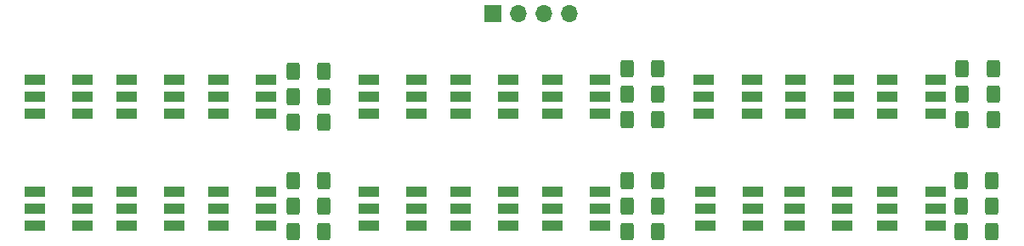
<source format=gbr>
%TF.GenerationSoftware,KiCad,Pcbnew,(6.0.5)*%
%TF.CreationDate,2023-08-09T01:27:26+09:00*%
%TF.ProjectId,TSAL,5453414c-2e6b-4696-9361-645f70636258,rev?*%
%TF.SameCoordinates,Original*%
%TF.FileFunction,Soldermask,Top*%
%TF.FilePolarity,Negative*%
%FSLAX46Y46*%
G04 Gerber Fmt 4.6, Leading zero omitted, Abs format (unit mm)*
G04 Created by KiCad (PCBNEW (6.0.5)) date 2023-08-09 01:27:26*
%MOMM*%
%LPD*%
G01*
G04 APERTURE LIST*
G04 Aperture macros list*
%AMRoundRect*
0 Rectangle with rounded corners*
0 $1 Rounding radius*
0 $2 $3 $4 $5 $6 $7 $8 $9 X,Y pos of 4 corners*
0 Add a 4 corners polygon primitive as box body*
4,1,4,$2,$3,$4,$5,$6,$7,$8,$9,$2,$3,0*
0 Add four circle primitives for the rounded corners*
1,1,$1+$1,$2,$3*
1,1,$1+$1,$4,$5*
1,1,$1+$1,$6,$7*
1,1,$1+$1,$8,$9*
0 Add four rect primitives between the rounded corners*
20,1,$1+$1,$2,$3,$4,$5,0*
20,1,$1+$1,$4,$5,$6,$7,0*
20,1,$1+$1,$6,$7,$8,$9,0*
20,1,$1+$1,$8,$9,$2,$3,0*%
G04 Aperture macros list end*
%ADD10RoundRect,0.250000X0.400000X0.625000X-0.400000X0.625000X-0.400000X-0.625000X0.400000X-0.625000X0*%
%ADD11R,2.000000X1.100000*%
%ADD12R,1.700000X1.700000*%
%ADD13O,1.700000X1.700000*%
G04 APERTURE END LIST*
D10*
%TO.C,R13*%
X158268000Y-141478000D03*
X155168000Y-141478000D03*
%TD*%
%TO.C,R2*%
X124994000Y-128016000D03*
X121894000Y-128016000D03*
%TD*%
%TO.C,R8*%
X191656000Y-127797142D03*
X188556000Y-127797142D03*
%TD*%
%TO.C,R10*%
X124994000Y-141478000D03*
X121894000Y-141478000D03*
%TD*%
%TO.C,R9*%
X191656000Y-125222000D03*
X188556000Y-125222000D03*
%TD*%
%TO.C,R18*%
X191542000Y-136398000D03*
X188442000Y-136398000D03*
%TD*%
D11*
%TO.C,D20*%
X96152000Y-137492000D03*
X96152000Y-139192000D03*
X96152000Y-140892000D03*
X100952000Y-140892000D03*
X100952000Y-139192000D03*
X100952000Y-137492000D03*
%TD*%
%TO.C,D16*%
X105296000Y-137492000D03*
X105296000Y-139192000D03*
X105296000Y-140892000D03*
X110096000Y-140892000D03*
X110096000Y-139192000D03*
X110096000Y-137492000D03*
%TD*%
%TO.C,D8*%
X162954000Y-137492000D03*
X162954000Y-139192000D03*
X162954000Y-140892000D03*
X167754000Y-140892000D03*
X167754000Y-139192000D03*
X167754000Y-137492000D03*
%TD*%
%TO.C,D7*%
X129426000Y-137492000D03*
X129426000Y-139192000D03*
X129426000Y-140892000D03*
X134226000Y-140892000D03*
X134226000Y-139192000D03*
X134226000Y-137492000D03*
%TD*%
D10*
%TO.C,R5*%
X158268000Y-127797142D03*
X155168000Y-127797142D03*
%TD*%
%TO.C,R17*%
X191542000Y-138938000D03*
X188442000Y-138938000D03*
%TD*%
D11*
%TO.C,D1*%
X147714000Y-137492000D03*
X147714000Y-139192000D03*
X147714000Y-140892000D03*
X152514000Y-140892000D03*
X152514000Y-139192000D03*
X152514000Y-137492000D03*
%TD*%
D10*
%TO.C,R12*%
X124994000Y-136398000D03*
X121894000Y-136398000D03*
%TD*%
%TO.C,R6*%
X158268000Y-125257142D03*
X155168000Y-125257142D03*
%TD*%
D11*
%TO.C,D17*%
X96152000Y-126316000D03*
X96152000Y-128016000D03*
X96152000Y-129716000D03*
X100952000Y-129716000D03*
X100952000Y-128016000D03*
X100952000Y-126316000D03*
%TD*%
D10*
%TO.C,R15*%
X158268000Y-136398000D03*
X155168000Y-136398000D03*
%TD*%
%TO.C,R11*%
X124994000Y-138938000D03*
X121894000Y-138938000D03*
%TD*%
D11*
%TO.C,D13*%
X105296000Y-126316000D03*
X105296000Y-128016000D03*
X105296000Y-129716000D03*
X110096000Y-129716000D03*
X110096000Y-128016000D03*
X110096000Y-126316000D03*
%TD*%
D10*
%TO.C,R7*%
X191656000Y-130302000D03*
X188556000Y-130302000D03*
%TD*%
D11*
%TO.C,D19*%
X162814000Y-126351142D03*
X162814000Y-128051142D03*
X162814000Y-129751142D03*
X167614000Y-129751142D03*
X167614000Y-128051142D03*
X167614000Y-126351142D03*
%TD*%
D12*
%TO.C,J1*%
X141812000Y-119778000D03*
D13*
X144352000Y-119778000D03*
X146892000Y-119778000D03*
X149432000Y-119778000D03*
%TD*%
D10*
%TO.C,R14*%
X158268000Y-138938000D03*
X155168000Y-138938000D03*
%TD*%
%TO.C,R4*%
X158268000Y-130337142D03*
X155168000Y-130337142D03*
%TD*%
D11*
%TO.C,D4*%
X138570000Y-137492000D03*
X138570000Y-139192000D03*
X138570000Y-140892000D03*
X143370000Y-140892000D03*
X143370000Y-139192000D03*
X143370000Y-137492000D03*
%TD*%
%TO.C,D2*%
X181102000Y-137492000D03*
X181102000Y-139192000D03*
X181102000Y-140892000D03*
X185902000Y-140892000D03*
X185902000Y-139192000D03*
X185902000Y-137492000D03*
%TD*%
%TO.C,D14*%
X138570000Y-126351142D03*
X138570000Y-128051142D03*
X138570000Y-129751142D03*
X143370000Y-129751142D03*
X143370000Y-128051142D03*
X143370000Y-126351142D03*
%TD*%
%TO.C,D5*%
X171844000Y-137492000D03*
X171844000Y-139192000D03*
X171844000Y-140892000D03*
X176644000Y-140892000D03*
X176644000Y-139192000D03*
X176644000Y-137492000D03*
%TD*%
D10*
%TO.C,R16*%
X191542000Y-141478000D03*
X188442000Y-141478000D03*
%TD*%
D11*
%TO.C,D11*%
X181102000Y-126351142D03*
X181102000Y-128051142D03*
X181102000Y-129751142D03*
X185902000Y-129751142D03*
X185902000Y-128051142D03*
X185902000Y-126351142D03*
%TD*%
D10*
%TO.C,R1*%
X124994000Y-130556000D03*
X121894000Y-130556000D03*
%TD*%
D11*
%TO.C,D15*%
X171958000Y-126351142D03*
X171958000Y-128051142D03*
X171958000Y-129751142D03*
X176758000Y-129751142D03*
X176758000Y-128051142D03*
X176758000Y-126351142D03*
%TD*%
%TO.C,D12*%
X114440000Y-137492000D03*
X114440000Y-139192000D03*
X114440000Y-140892000D03*
X119240000Y-140892000D03*
X119240000Y-139192000D03*
X119240000Y-137492000D03*
%TD*%
D10*
%TO.C,R3*%
X124994000Y-125476000D03*
X121894000Y-125476000D03*
%TD*%
D11*
%TO.C,D18*%
X129426000Y-126351142D03*
X129426000Y-128051142D03*
X129426000Y-129751142D03*
X134226000Y-129751142D03*
X134226000Y-128051142D03*
X134226000Y-126351142D03*
%TD*%
%TO.C,D10*%
X147714000Y-126351142D03*
X147714000Y-128051142D03*
X147714000Y-129751142D03*
X152514000Y-129751142D03*
X152514000Y-128051142D03*
X152514000Y-126351142D03*
%TD*%
%TO.C,D9*%
X114440000Y-126316000D03*
X114440000Y-128016000D03*
X114440000Y-129716000D03*
X119240000Y-129716000D03*
X119240000Y-128016000D03*
X119240000Y-126316000D03*
%TD*%
M02*

</source>
